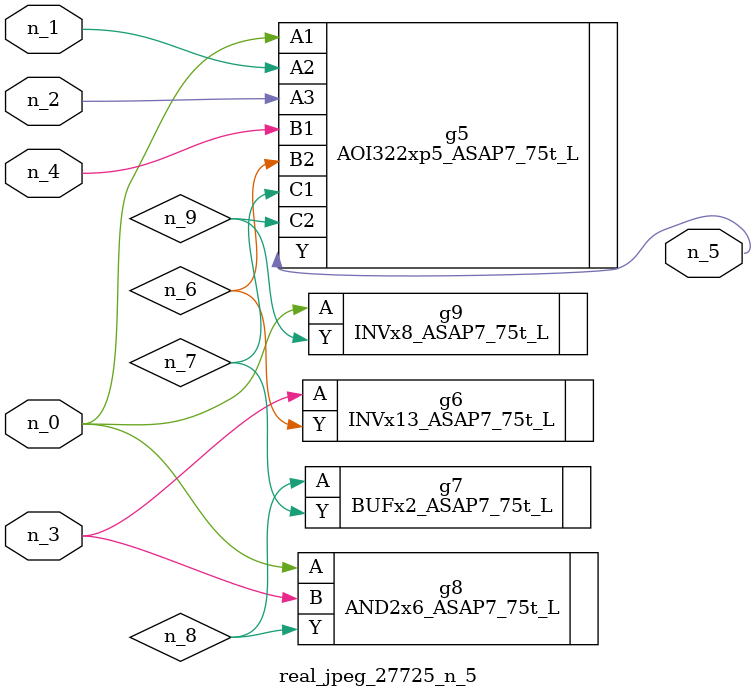
<source format=v>
module real_jpeg_27725_n_5 (n_4, n_0, n_1, n_2, n_3, n_5);

input n_4;
input n_0;
input n_1;
input n_2;
input n_3;

output n_5;

wire n_8;
wire n_6;
wire n_7;
wire n_9;

AOI322xp5_ASAP7_75t_L g5 ( 
.A1(n_0),
.A2(n_1),
.A3(n_2),
.B1(n_4),
.B2(n_6),
.C1(n_7),
.C2(n_9),
.Y(n_5)
);

AND2x6_ASAP7_75t_L g8 ( 
.A(n_0),
.B(n_3),
.Y(n_8)
);

INVx8_ASAP7_75t_L g9 ( 
.A(n_0),
.Y(n_9)
);

INVx13_ASAP7_75t_L g6 ( 
.A(n_3),
.Y(n_6)
);

BUFx2_ASAP7_75t_L g7 ( 
.A(n_8),
.Y(n_7)
);


endmodule
</source>
